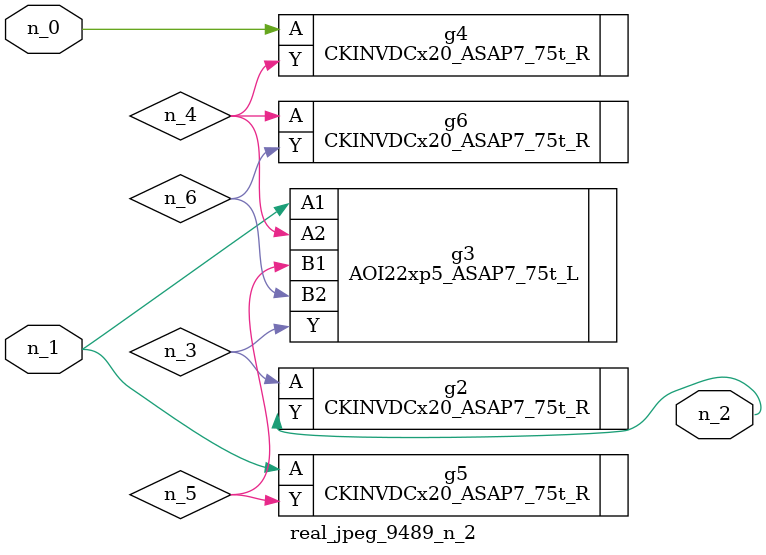
<source format=v>
module real_jpeg_9489_n_2 (n_1, n_0, n_2);

input n_1;
input n_0;

output n_2;

wire n_5;
wire n_4;
wire n_6;
wire n_3;

CKINVDCx20_ASAP7_75t_R g4 ( 
.A(n_0),
.Y(n_4)
);

AOI22xp5_ASAP7_75t_L g3 ( 
.A1(n_1),
.A2(n_4),
.B1(n_5),
.B2(n_6),
.Y(n_3)
);

CKINVDCx20_ASAP7_75t_R g5 ( 
.A(n_1),
.Y(n_5)
);

CKINVDCx20_ASAP7_75t_R g2 ( 
.A(n_3),
.Y(n_2)
);

CKINVDCx20_ASAP7_75t_R g6 ( 
.A(n_4),
.Y(n_6)
);


endmodule
</source>
